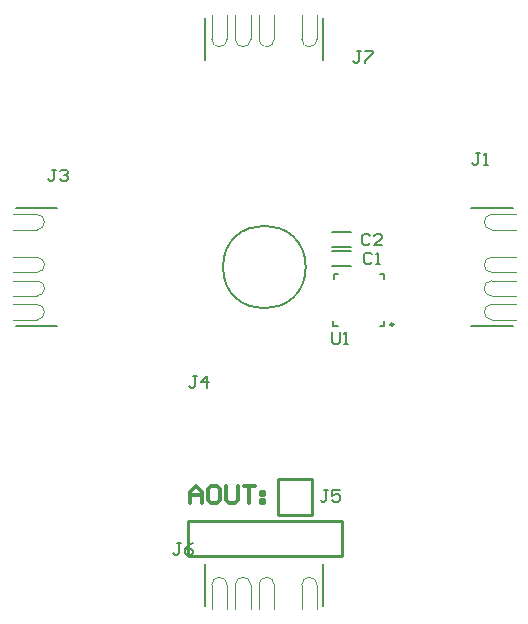
<source format=gto>
G04*
G04 #@! TF.GenerationSoftware,Altium Limited,Altium Designer,23.8.1 (32)*
G04*
G04 Layer_Color=65535*
%FSLAX44Y44*%
%MOMM*%
G71*
G04*
G04 #@! TF.SameCoordinates,1253C11B-B4F6-43D5-8584-102BFB41548A*
G04*
G04*
G04 #@! TF.FilePolarity,Positive*
G04*
G01*
G75*
%ADD10C,0.1000*%
%ADD11C,0.2500*%
%ADD12C,0.2000*%
%ADD13C,0.2540*%
%ADD14C,0.1800*%
%ADD15C,0.3000*%
D10*
X37050Y482100D02*
G03*
X50050Y482100I6500J0D01*
G01*
X113250D02*
G03*
X126250Y482100I6500J0D01*
G01*
X57050D02*
G03*
X70050Y482100I6500J0D01*
G01*
X77050D02*
G03*
X90050Y482100I6500J0D01*
G01*
X-111000Y284500D02*
G03*
X-111000Y297500I0J6500D01*
G01*
Y264500D02*
G03*
X-111000Y277500I0J6500D01*
G01*
Y320700D02*
G03*
X-111000Y333700I0J6500D01*
G01*
Y244500D02*
G03*
X-111000Y257500I0J6500D01*
G01*
X90050Y19950D02*
G03*
X77050Y19950I-6500J0D01*
G01*
X70050D02*
G03*
X57050Y19950I-6500J0D01*
G01*
X126250D02*
G03*
X113250Y19950I-6500J0D01*
G01*
X50050D02*
G03*
X37050Y19950I-6500J0D01*
G01*
X274300Y297500D02*
G03*
X274300Y284500I0J-6500D01*
G01*
Y277500D02*
G03*
X274300Y264500I0J-6500D01*
G01*
Y333700D02*
G03*
X274300Y320700I0J-6500D01*
G01*
Y257500D02*
G03*
X274300Y244500I0J-6500D01*
G01*
X50050Y482100D02*
Y502100D01*
X37050Y482100D02*
Y502100D01*
X126250Y482100D02*
Y502100D01*
X70050Y482100D02*
Y502100D01*
X57050Y482100D02*
Y502100D01*
X90050Y482100D02*
X90050Y502100D01*
X77050Y482100D02*
Y502100D01*
X113250Y482100D02*
Y502100D01*
X-131000Y320700D02*
X-111000Y320700D01*
X-131000Y284500D02*
X-111000D01*
X-131000Y297500D02*
X-111000Y297500D01*
X-131000Y264500D02*
X-111000Y264500D01*
X-131000Y277500D02*
X-111000D01*
X-131000Y333700D02*
X-111000Y333700D01*
X-131000Y244500D02*
X-111000D01*
X-131000Y257500D02*
X-111000Y257500D01*
X113250Y-50D02*
X113250Y19950D01*
X77050Y-50D02*
Y19950D01*
X90050Y-50D02*
Y19950D01*
X57050Y-50D02*
X57050Y19950D01*
X70050Y-50D02*
Y19950D01*
X126250Y-50D02*
Y19950D01*
X37050Y-50D02*
Y19950D01*
X50050Y-50D02*
Y19950D01*
X274300Y320700D02*
X294300D01*
X274300Y284500D02*
X294300D01*
X274300Y297500D02*
X294300D01*
X274300Y264500D02*
X294300D01*
X274300Y277500D02*
X294300D01*
X274300Y333700D02*
X294300D01*
X274300Y244500D02*
X294300D01*
X274300Y257500D02*
X294300D01*
D11*
X190796Y240458D02*
G03*
X190796Y240458I-1250J0D01*
G01*
D12*
X116650Y289100D02*
G03*
X116650Y289100I-35000J0D01*
G01*
X31650Y499600D02*
X31650Y464600D01*
X131650Y469600D02*
X131650Y499600D01*
X131650Y464600D02*
Y469600D01*
X-98500Y339100D02*
X-93500Y339100D01*
X-128500Y339100D02*
X-98500Y339100D01*
X-128500Y239100D02*
X-93500Y239100D01*
X131650Y32450D02*
Y37450D01*
Y2450D02*
Y32450D01*
X31650Y37450D02*
X31650Y2450D01*
X256800Y339100D02*
X261800D01*
X291800D01*
X256800Y239100D02*
X291800D01*
X183240Y278741D02*
X183261Y282991D01*
X183038Y238991D02*
X183060Y243241D01*
X179288Y239010D02*
X183038Y238991D01*
X140039Y239209D02*
X143789Y239190D01*
X140240Y278959D02*
X140262Y283209D01*
X144012Y283190D01*
X179511Y283010D02*
X183261Y282991D01*
X140039Y239209D02*
X140060Y243459D01*
X163394Y471937D02*
X160062D01*
X161728D01*
Y463606D01*
X160062Y461940D01*
X158396D01*
X156730Y463606D01*
X166727Y471937D02*
X173391D01*
Y470271D01*
X166727Y463606D01*
Y461940D01*
X11284Y55544D02*
X7951D01*
X9618D01*
Y47213D01*
X7951Y45547D01*
X6285D01*
X4619Y47213D01*
X21281Y55544D02*
X17948Y53878D01*
X14616Y50546D01*
Y47213D01*
X16282Y45547D01*
X19614D01*
X21281Y47213D01*
Y48879D01*
X19614Y50546D01*
X14616D01*
X264522Y385236D02*
X261189D01*
X262856D01*
Y376905D01*
X261189Y375239D01*
X259523D01*
X257857Y376905D01*
X267854Y375239D02*
X271186D01*
X269520D01*
Y385236D01*
X267854Y383570D01*
X-94983Y371660D02*
X-98315D01*
X-96649D01*
Y363329D01*
X-98315Y361663D01*
X-99981D01*
X-101648Y363329D01*
X-91651Y369994D02*
X-89985Y371660D01*
X-86652D01*
X-84986Y369994D01*
Y368327D01*
X-86652Y366661D01*
X-88318D01*
X-86652D01*
X-84986Y364995D01*
Y363329D01*
X-86652Y361663D01*
X-89985D01*
X-91651Y363329D01*
X135864Y100279D02*
X132531D01*
X134197D01*
Y91948D01*
X132531Y90282D01*
X130865D01*
X129199Y91948D01*
X145860Y100279D02*
X139196D01*
Y95281D01*
X142528Y96947D01*
X144194D01*
X145860Y95281D01*
Y91948D01*
X144194Y90282D01*
X140862D01*
X139196Y91948D01*
X24492Y196768D02*
X21159D01*
X22826D01*
Y188437D01*
X21159Y186771D01*
X19493D01*
X17827Y188437D01*
X32822Y186771D02*
Y196768D01*
X27824Y191770D01*
X34488D01*
X138986Y234098D02*
Y225768D01*
X140652Y224102D01*
X143984D01*
X145650Y225768D01*
Y234098D01*
X148982Y224102D02*
X152315D01*
X150648D01*
Y234098D01*
X148982Y232432D01*
X171082Y315720D02*
X169415Y317386D01*
X166083D01*
X164417Y315720D01*
Y309056D01*
X166083Y307390D01*
X169415D01*
X171082Y309056D01*
X181078Y307390D02*
X174414D01*
X181078Y314054D01*
Y315720D01*
X179412Y317386D01*
X176080D01*
X174414Y315720D01*
X172748Y299720D02*
X171082Y301386D01*
X167749D01*
X166083Y299720D01*
Y293056D01*
X167749Y291390D01*
X171082D01*
X172748Y293056D01*
X176080Y291390D02*
X179412D01*
X177746D01*
Y301386D01*
X176080Y299720D01*
D13*
X92794Y79462D02*
Y109462D01*
Y79462D02*
X122369D01*
Y109462D01*
X92794D02*
X122369D01*
X17050Y44100D02*
Y74100D01*
Y44100D02*
X147650D01*
Y74100D01*
X17050D02*
X147650D01*
D14*
X138748Y289808D02*
X154748D01*
X138748Y302968D02*
X154748D01*
X138748Y305808D02*
X154748D01*
X138748Y318968D02*
X154748D01*
D15*
X19085Y88935D02*
Y98932D01*
X24084Y103931D01*
X29082Y98932D01*
Y88935D01*
Y96433D01*
X19085D01*
X41578Y103931D02*
X36580D01*
X34081Y101431D01*
Y91434D01*
X36580Y88935D01*
X41578D01*
X44077Y91434D01*
Y101431D01*
X41578Y103931D01*
X49076D02*
Y91434D01*
X51575Y88935D01*
X56573D01*
X59072Y91434D01*
Y103931D01*
X64071D02*
X74068D01*
X69069D01*
Y88935D01*
X79066Y98932D02*
X81565D01*
Y96433D01*
X79066D01*
Y98932D01*
Y91434D02*
X81565D01*
Y88935D01*
X79066D01*
Y91434D01*
M02*

</source>
